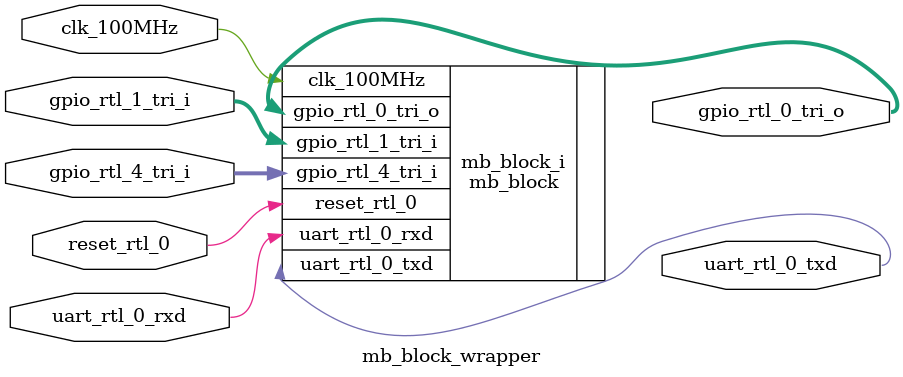
<source format=v>
`timescale 1 ps / 1 ps

module mb_block_wrapper
   (clk_100MHz,
    gpio_rtl_0_tri_o,
    gpio_rtl_1_tri_i,
    gpio_rtl_4_tri_i,
    reset_rtl_0,
    uart_rtl_0_rxd,
    uart_rtl_0_txd);
  input clk_100MHz;
  output [15:0]gpio_rtl_0_tri_o;
  input [15:0]gpio_rtl_1_tri_i;
  input [3:0]gpio_rtl_4_tri_i;
  input reset_rtl_0;
  input uart_rtl_0_rxd;
  output uart_rtl_0_txd;

  wire clk_100MHz;
  wire [15:0]gpio_rtl_0_tri_o;
  wire [15:0]gpio_rtl_1_tri_i;
  wire [3:0]gpio_rtl_4_tri_i;
  wire reset_rtl_0;
  wire uart_rtl_0_rxd;
  wire uart_rtl_0_txd;

  mb_block mb_block_i
       (.clk_100MHz(clk_100MHz),
        .gpio_rtl_0_tri_o(gpio_rtl_0_tri_o),
        .gpio_rtl_1_tri_i(gpio_rtl_1_tri_i),
        .gpio_rtl_4_tri_i(gpio_rtl_4_tri_i),
        .reset_rtl_0(reset_rtl_0),
        .uart_rtl_0_rxd(uart_rtl_0_rxd),
        .uart_rtl_0_txd(uart_rtl_0_txd));
endmodule

</source>
